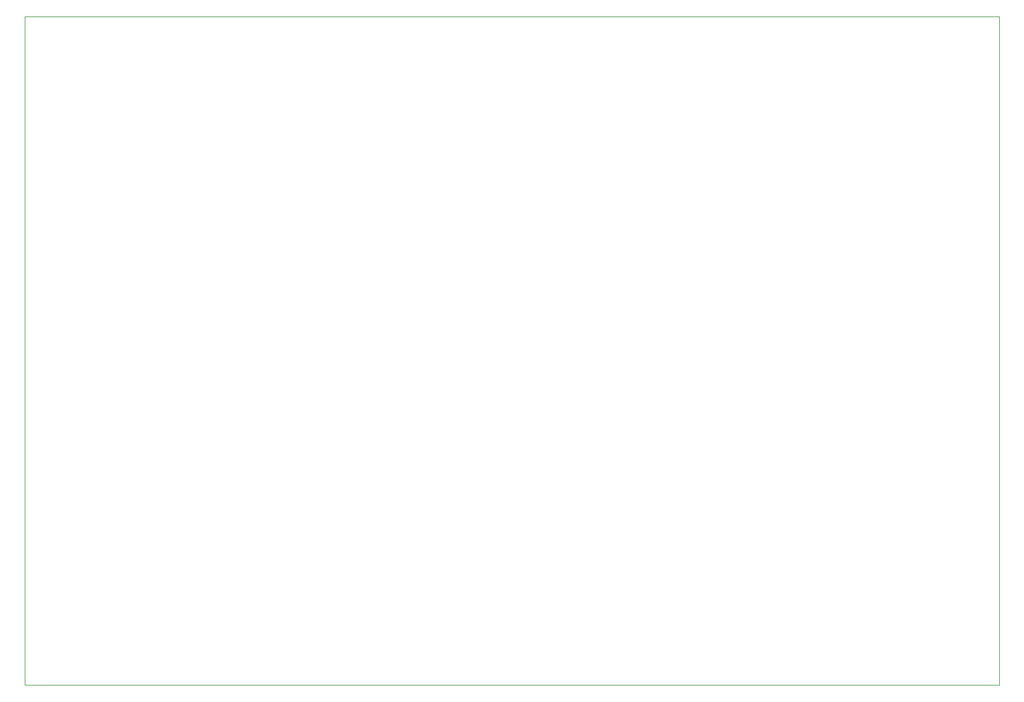
<source format=gbr>
%TF.GenerationSoftware,KiCad,Pcbnew,5.0.1-33cea8e~68~ubuntu18.04.1*%
%TF.CreationDate,2018-11-03T23:21:10-04:00*%
%TF.ProjectId,C68,4336382E6B696361645F706362000000,rev?*%
%TF.SameCoordinates,Original*%
%TF.FileFunction,Legend,Bot*%
%TF.FilePolarity,Positive*%
%FSLAX46Y46*%
G04 Gerber Fmt 4.6, Leading zero omitted, Abs format (unit mm)*
G04 Created by KiCad (PCBNEW 5.0.1-33cea8e~68~ubuntu18.04.1) date Sat 03 Nov 2018 11:21:10 PM EDT*
%MOMM*%
%LPD*%
G01*
G04 APERTURE LIST*
%ADD10C,0.050000*%
G04 APERTURE END LIST*
D10*
X174500000Y-123500000D02*
X174500000Y-27500000D01*
X34500000Y-123500000D02*
X174500000Y-123500000D01*
X34500000Y-27500000D02*
X34500000Y-123500000D01*
X174500000Y-27500000D02*
X34500000Y-27500000D01*
M02*

</source>
